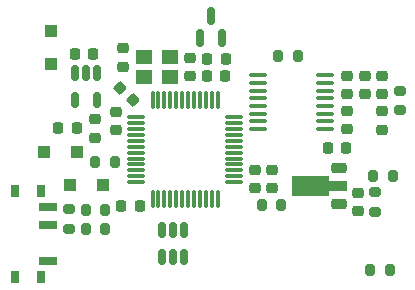
<source format=gbp>
G04 #@! TF.GenerationSoftware,KiCad,Pcbnew,8.0.1*
G04 #@! TF.CreationDate,2024-03-30T02:10:16+03:00*
G04 #@! TF.ProjectId,Piezo module,5069657a-6f20-46d6-9f64-756c652e6b69,rev?*
G04 #@! TF.SameCoordinates,Original*
G04 #@! TF.FileFunction,Paste,Bot*
G04 #@! TF.FilePolarity,Positive*
%FSLAX46Y46*%
G04 Gerber Fmt 4.6, Leading zero omitted, Abs format (unit mm)*
G04 Created by KiCad (PCBNEW 8.0.1) date 2024-03-30 02:10:16*
%MOMM*%
%LPD*%
G01*
G04 APERTURE LIST*
G04 Aperture macros list*
%AMRoundRect*
0 Rectangle with rounded corners*
0 $1 Rounding radius*
0 $2 $3 $4 $5 $6 $7 $8 $9 X,Y pos of 4 corners*
0 Add a 4 corners polygon primitive as box body*
4,1,4,$2,$3,$4,$5,$6,$7,$8,$9,$2,$3,0*
0 Add four circle primitives for the rounded corners*
1,1,$1+$1,$2,$3*
1,1,$1+$1,$4,$5*
1,1,$1+$1,$6,$7*
1,1,$1+$1,$8,$9*
0 Add four rect primitives between the rounded corners*
20,1,$1+$1,$2,$3,$4,$5,0*
20,1,$1+$1,$4,$5,$6,$7,0*
20,1,$1+$1,$6,$7,$8,$9,0*
20,1,$1+$1,$8,$9,$2,$3,0*%
%AMFreePoly0*
4,1,9,3.862500,-0.866500,0.737500,-0.866500,0.737500,-0.450000,-0.737500,-0.450000,-0.737500,0.450000,0.737500,0.450000,0.737500,0.866500,3.862500,0.866500,3.862500,-0.866500,3.862500,-0.866500,$1*%
G04 Aperture macros list end*
%ADD10RoundRect,0.200000X0.275000X-0.200000X0.275000X0.200000X-0.275000X0.200000X-0.275000X-0.200000X0*%
%ADD11RoundRect,0.150000X0.150000X-0.587500X0.150000X0.587500X-0.150000X0.587500X-0.150000X-0.587500X0*%
%ADD12RoundRect,0.225000X-0.250000X0.225000X-0.250000X-0.225000X0.250000X-0.225000X0.250000X0.225000X0*%
%ADD13RoundRect,0.100000X-0.637500X-0.100000X0.637500X-0.100000X0.637500X0.100000X-0.637500X0.100000X0*%
%ADD14RoundRect,0.225000X0.250000X-0.225000X0.250000X0.225000X-0.250000X0.225000X-0.250000X-0.225000X0*%
%ADD15RoundRect,0.218750X-0.256250X0.218750X-0.256250X-0.218750X0.256250X-0.218750X0.256250X0.218750X0*%
%ADD16RoundRect,0.200000X-0.200000X-0.275000X0.200000X-0.275000X0.200000X0.275000X-0.200000X0.275000X0*%
%ADD17RoundRect,0.150000X-0.150000X0.512500X-0.150000X-0.512500X0.150000X-0.512500X0.150000X0.512500X0*%
%ADD18RoundRect,0.200000X0.200000X0.275000X-0.200000X0.275000X-0.200000X-0.275000X0.200000X-0.275000X0*%
%ADD19R,1.400000X1.200000*%
%ADD20RoundRect,0.250000X-0.300000X0.300000X-0.300000X-0.300000X0.300000X-0.300000X0.300000X0.300000X0*%
%ADD21RoundRect,0.250000X-0.300000X-0.300000X0.300000X-0.300000X0.300000X0.300000X-0.300000X0.300000X0*%
%ADD22RoundRect,0.225000X0.225000X0.250000X-0.225000X0.250000X-0.225000X-0.250000X0.225000X-0.250000X0*%
%ADD23RoundRect,0.225000X-0.225000X-0.250000X0.225000X-0.250000X0.225000X0.250000X-0.225000X0.250000X0*%
%ADD24RoundRect,0.075000X-0.075000X0.662500X-0.075000X-0.662500X0.075000X-0.662500X0.075000X0.662500X0*%
%ADD25RoundRect,0.075000X-0.662500X0.075000X-0.662500X-0.075000X0.662500X-0.075000X0.662500X0.075000X0*%
%ADD26RoundRect,0.225000X-0.335876X-0.017678X-0.017678X-0.335876X0.335876X0.017678X0.017678X0.335876X0*%
%ADD27RoundRect,0.200000X-0.275000X0.200000X-0.275000X-0.200000X0.275000X-0.200000X0.275000X0.200000X0*%
%ADD28RoundRect,0.225000X0.425000X0.225000X-0.425000X0.225000X-0.425000X-0.225000X0.425000X-0.225000X0*%
%ADD29FreePoly0,180.000000*%
%ADD30R,1.500000X0.700000*%
%ADD31R,0.800000X1.000000*%
G04 APERTURE END LIST*
D10*
X167866000Y-97710000D03*
X167866000Y-96060000D03*
D11*
X152827500Y-91554500D03*
X150927500Y-91554500D03*
X151877500Y-89679500D03*
D12*
X164345000Y-104706000D03*
X164345000Y-106256000D03*
D13*
X155849500Y-99287500D03*
X155849500Y-98637500D03*
X155849500Y-97987500D03*
X155849500Y-97337500D03*
X155849500Y-96687500D03*
X155849500Y-96037500D03*
X155849500Y-95387500D03*
X155849500Y-94737500D03*
X161574500Y-94737500D03*
X161574500Y-95387500D03*
X161574500Y-96037500D03*
X161574500Y-96687500D03*
X161574500Y-97337500D03*
X161574500Y-97987500D03*
X161574500Y-98637500D03*
X161574500Y-99287500D03*
D14*
X144447500Y-94005000D03*
X144447500Y-92455000D03*
D12*
X155587000Y-102763500D03*
X155587000Y-104313500D03*
D15*
X166384500Y-97758500D03*
X166384500Y-99333500D03*
D12*
X157050000Y-102763500D03*
X157050000Y-104313500D03*
D16*
X141295000Y-107746000D03*
X142945000Y-107746000D03*
D17*
X147745000Y-107872500D03*
X148695000Y-107872500D03*
X149645000Y-107872500D03*
X149645000Y-110147500D03*
X148695000Y-110147500D03*
X147745000Y-110147500D03*
D18*
X157849000Y-105754000D03*
X156199000Y-105754000D03*
D17*
X140357000Y-94588000D03*
X141307000Y-94588000D03*
X142257000Y-94588000D03*
X142257000Y-96863000D03*
X140357000Y-96863000D03*
D19*
X146184500Y-93169000D03*
X148384500Y-93169000D03*
X148384500Y-94869000D03*
X146184500Y-94869000D03*
D20*
X138314000Y-91009000D03*
X138314000Y-93809000D03*
D21*
X137739001Y-101256000D03*
X140538999Y-101256000D03*
X139944500Y-103992000D03*
X142744500Y-103992000D03*
D10*
X165810000Y-106307000D03*
X165810000Y-104657000D03*
D22*
X163335500Y-100891001D03*
X161785500Y-100891001D03*
D12*
X163441500Y-94806000D03*
X163441500Y-96356000D03*
D23*
X140361000Y-92945000D03*
X141911000Y-92945000D03*
D16*
X142105000Y-102110000D03*
X143755000Y-102110000D03*
D23*
X151558000Y-94790000D03*
X153108000Y-94790000D03*
D12*
X166402500Y-94799000D03*
X166402500Y-96349000D03*
D18*
X167286000Y-103269000D03*
X165636000Y-103269000D03*
D16*
X157566000Y-93096499D03*
X159216000Y-93096499D03*
D22*
X140507000Y-99205000D03*
X138957000Y-99205000D03*
D24*
X146945000Y-96875000D03*
X147445000Y-96875000D03*
X147945000Y-96875000D03*
X148445000Y-96875000D03*
X148945000Y-96875000D03*
X149445000Y-96875000D03*
X149945000Y-96875000D03*
X150445000Y-96875000D03*
X150945000Y-96875000D03*
X151445000Y-96875000D03*
X151945000Y-96875000D03*
X152445000Y-96875000D03*
D25*
X153857500Y-98287500D03*
X153857500Y-98787500D03*
X153857500Y-99287500D03*
X153857500Y-99787500D03*
X153857500Y-100287500D03*
X153857500Y-100787500D03*
X153857500Y-101287500D03*
X153857500Y-101787500D03*
X153857500Y-102287500D03*
X153857500Y-102787500D03*
X153857500Y-103287500D03*
X153857500Y-103787500D03*
D24*
X152445000Y-105200000D03*
X151945000Y-105200000D03*
X151445000Y-105200000D03*
X150945000Y-105200000D03*
X150445000Y-105200000D03*
X149945000Y-105200000D03*
X149445000Y-105200000D03*
X148945000Y-105200000D03*
X148445000Y-105200000D03*
X147945000Y-105200000D03*
X147445000Y-105200000D03*
X146945000Y-105200000D03*
D25*
X145532500Y-103787500D03*
X145532500Y-103287500D03*
X145532500Y-102787500D03*
X145532500Y-102287500D03*
X145532500Y-101787500D03*
X145532500Y-101287500D03*
X145532500Y-100787500D03*
X145532500Y-100287500D03*
X145532500Y-99787500D03*
X145532500Y-99287500D03*
X145532500Y-98787500D03*
X145532500Y-98287500D03*
D16*
X141270000Y-106132000D03*
X142920000Y-106132000D03*
D26*
X144203492Y-95775992D03*
X145299508Y-96872008D03*
D27*
X139884000Y-106092000D03*
X139884000Y-107742000D03*
D28*
X162710500Y-102622000D03*
D29*
X162623000Y-104122000D03*
D28*
X162710500Y-105622000D03*
D12*
X164920500Y-94805000D03*
X164920500Y-96355000D03*
D16*
X165393000Y-111189000D03*
X167043000Y-111189000D03*
D12*
X163446500Y-97771500D03*
X163446500Y-99321500D03*
X150114500Y-93244000D03*
X150114500Y-94794000D03*
D30*
X138124500Y-110435000D03*
X138124500Y-107435000D03*
X138124500Y-105935000D03*
D31*
X135264500Y-111835000D03*
X137474500Y-111835000D03*
X135264500Y-104535000D03*
X137474500Y-104535000D03*
D14*
X143814000Y-99414000D03*
X143814000Y-97864000D03*
D23*
X144290000Y-105789000D03*
X145840000Y-105789000D03*
D12*
X142092000Y-98483000D03*
X142092000Y-100033000D03*
D23*
X151570500Y-93323000D03*
X153120500Y-93323000D03*
M02*

</source>
